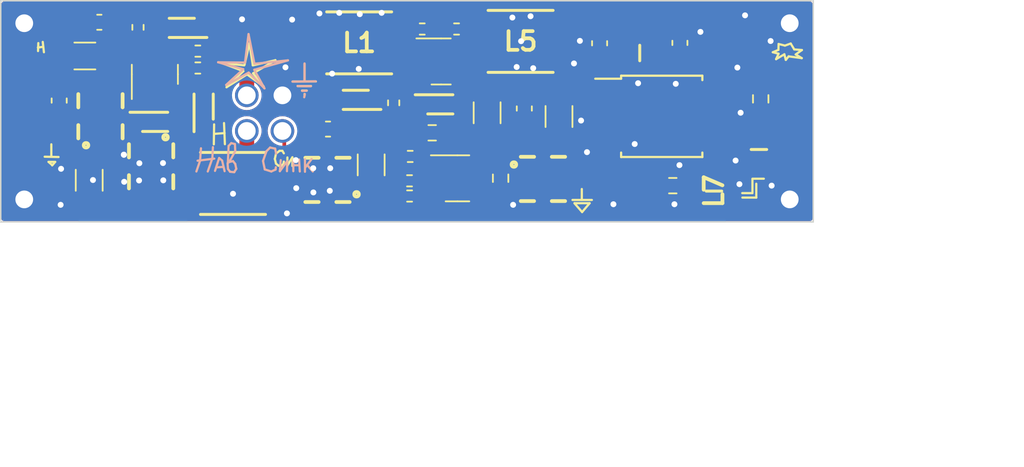
<source format=kicad_pcb>
(kicad_pcb (version 20211014) (generator pcbnew)
  (layers (0 "F.Cu" signal) (31 "B.Cu" signal) (34 "B.Paste" user) (35 "F.Paste" user) (36 "B.SilkS" user "B.Silkscreen") (37 "F.SilkS" user "F.Silkscreen") (38 "B.Mask" user) (39 "F.Mask" user) (44 "Edge.Cuts" user))
  (net 0 "")
  (net 1 "Net-(C1-Pad1)")
  (net 2 "Net-(C3-Pad1)")
  (net 3 "Net-(C3-Pad2)")
  (net 4 "Net-(C14-Pad1)")
  (net 5 "Net-(C10-Pad2)")
  (net 6 "Net-(C12-Pad1)")
  (net 7 "Net-(C12-Pad2)")
  (net 8 "GND")
  (net 9 "Net-(C15-Pad1)")
  (net 10 "Net-(D5-Pad1)")
  (net 11 "Net-(D6-Pad2)")
  (net 12 "Net-(D7-Pad1)")
  (net 13 "Net-(D8-Pad1)")
  (net 14 "Net-(D9-Pad1)")
  (net 15 "Net-(D3-Pad1)")
  (net 16 "Net-(D1-Pad1)")
  (net 17 "Net-(L7-Pad1)")
  (net 18 "Net-(D15-Pad1)")
  (net 19 "Net-(L8-Pad1)")
  (net 20 "Net-(D14-Pad1)")
  (net 21 "Net-(Q3-Pad3)")
  (net 22 "Net-(R4-Pad2)")
  (net 23 "Net-(R10-Pad1)")
  (net 24 "Net-(Q6-Pad4)")
  (net 25 "Net-(R12-Pad2)")
  (net 26 "Net-(R13-Pad1)")
  (net 31 "Net-(D9-Pad2)")
  (footprint "Package_TO_SOT_SMD:SOT-23-5" (layer "F.Cu") (at 129.332894 55.874994)
    (fp_text reference "U1" hide)
    (fp_text value "TL331" hide)
  )
  (footprint "libraries:WireHole_1p2" (layer "F.Cu") (at 151.824 45.3644)
    (fp_text reference "D18" hide)
    (fp_text value "WireHole_1p5" hide)
  )
  (footprint "libraries:WireHole_1p2" (layer "F.Cu") (at 117.485194 50.251394 90)
    (fp_text reference "D4" hide)
    (fp_text value "WireHole_1p5" hide)
  )
  (footprint "libraries:DFN_3X3_EP" (layer "F.Cu") (at 120.5345 55.98 90)
    (fp_text reference "Q1" hide)
    (fp_text value "AON7407" hide)
  )
  (footprint "Capacitor_SMD:C_0603_1608Metric_Pad1.08x0.95mm_HandSolder" (layer "F.Cu") (at 102.372194 50.605894 -90)
    (fp_text reference "C10" hide)
    (fp_text value "C" hide)
  )
  (footprint "Resistor_SMD:R_0603_1608Metric_Pad0.98x0.95mm_HandSolder" (layer "F.Cu") (at 149.86 50.49 -90)
    (fp_text reference "R13" hide)
    (fp_text value "R" hide)
  )
  (footprint "Flat_Wires_Pads:Flat_Wire_Pad_3.5X2mm" (layer "F.Cu") (at 100.086194 49.235394 90)
    (fp_text reference "D10" hide)
    (fp_text value "WireHole_1p5" hide)
  )
  (footprint "Resistor_SMD:R_0402_1005Metric_Pad0.72x0.64mm_HandSolder" (layer "F.Cu") (at 107.706194 45.641894 -90)
    (fp_text reference "R7" hide)
    (fp_text value "R" hide)
  )
  (footprint "Resistor_SMD:R_0402_1005Metric_Pad0.72x0.64mm_HandSolder" (layer "F.Cu") (at 126.087694 56.042594)
    (fp_text reference "R9" hide)
    (fp_text value "R" hide)
  )
  (footprint "Resistor_SMD:R_0402_1005Metric_Pad0.72x0.64mm_HandSolder" (layer "F.Cu") (at 126.946694 45.755594)
    (fp_text reference "R6" hide)
    (fp_text value "R" hide)
  )
  (footprint "Resistor_SMD:R_0402_1005Metric_Pad0.72x0.64mm_HandSolder" (layer "F.Cu") (at 129.271394 45.755594 180)
    (fp_text reference "R8" hide)
    (fp_text value "R" hide)
  )
  (footprint "Resistor_SMD:R_0402_1005Metric_Pad0.72x0.64mm_HandSolder" (layer "F.Cu") (at 126.1325 54.39 180)
    (fp_text reference "R5" hide)
    (fp_text value "R")
  )
  (footprint "libraries:DFN_3X3_EP" (layer "F.Cu") (at 105.166194 51.666894)
    (fp_text reference "Q5" hide)
    (fp_text value "AON7407" hide)
  )
  (footprint "libraries:INDC2112X105N" (layer "F.Cu") (at 149.74 53.92 -90)
    (fp_text reference "L8" hide)
    (fp_text value "TFM201610ALC-R47MTAA" hide)
  )
  (footprint "Resistor_SMD:R_0603_1608Metric_Pad0.98x0.95mm_HandSolder" (layer "F.Cu") (at 132.253894 55.866694 -90)
    (fp_text reference "R11" hide)
    (fp_text value "R" hide)
  )
  (footprint "libraries:WireHole_1p2" (layer "F.Cu") (at 115.072194 50.251394 90)
    (fp_text reference "D3" hide)
    (fp_text value "WireHole_1p5" hide)
  )
  (footprint "libraries:SOD2513X120N" (layer "F.Cu") (at 112.151194 51.013394 90)
    (fp_text reference "D7" hide)
    (fp_text value "BZV55B47" hide)
  )
  (footprint "libraries:INDPM4442X200N" (layer "F.Cu") (at 122.678094 46.695394)
    (fp_text reference "L1")
    (fp_text value "TFM201610ALC-R47MTAA" hide)
  )
  (footprint "libraries:WireHole_1p2" (layer "F.Cu") (at 100.008 57.3024)
    (fp_text reference "D2" hide)
    (fp_text value "WireHole_1p5" hide)
  )
  (footprint "Capacitor_SMD:C_0603_1608Metric_Pad1.08x0.95mm_HandSolder" (layer "F.Cu") (at 120.569894 52.537394 180)
    (fp_text reference "C3" hide)
    (fp_text value "C" hide)
  )
  (footprint "Resistor_SMD:R_0603_1608Metric_Pad0.98x0.95mm_HandSolder" (layer "F.Cu") (at 143.908794 56.372794 180)
    (fp_text reference "R12" hide)
    (fp_text value "R" hide)
  )
  (footprint "Capacitor_SMD:C_0603_1608Metric_Pad1.08x0.95mm_HandSolder" (layer "F.Cu") (at 144.389494 46.696494 90)
    (fp_text reference "C15" hide)
    (fp_text value "C" hide)
  )
  (footprint "Package_TO_SOT_SMD:SOT-23" (layer "F.Cu") (at 128.227094 47.955194)
    (fp_text reference "Q3" hide)
    (fp_text value "BSS123" hide)
  )
  (footprint "Package_TO_SOT_SMD:SOT-23" (layer "F.Cu") (at 108.849194 48.827394 90)
    (fp_text reference "Q4" hide)
    (fp_text value "BSS123" hide)
  )
  (footprint "libraries:INDPM4442X200N" (layer "F.Cu") (at 114.138194 56.220394 180)
    (fp_text reference "L2" hide)
    (fp_text value "TFM201610ALC-R47MTAA" hide)
  )
  (footprint "Flat_Wires_Pads:Flat_Wire_Pad_3.5X2mm" (layer "F.Cu") (at 151.7396 53.5432 -90)
    (fp_text reference "D14" hide)
    (fp_text value "WireHole_1p5" hide)
  )
  (footprint "Capacitor_SMD:C_0603_1608Metric_Pad1.08x0.95mm_HandSolder" (layer "F.Cu") (at 105.090694 45.298394 180)
    (fp_text reference "C1" hide)
    (fp_text value "C" hide)
  )
  (footprint "Capacitor_SMD:C_1206_3216Metric_Pad1.33x1.80mm_HandSolder" (layer "F.Cu") (at 131.339494 51.432894 -90)
    (fp_text reference "C9" hide)
    (fp_text value "C" hide)
  )
  (footprint "libraries:DFN_3X3_EP" (layer "F.Cu") (at 108.595194 55.058894 180)
    (fp_text reference "Q2" hide)
    (fp_text value "AON7407" hide)
  )
  (footprint "Flat_Wires_Pads:Flat_Wire_Pad_3.5X2mm" (layer "F.Cu") (at 139.837194 55.966394)
    (fp_text reference "D12" hide)
    (fp_text value "WireHole_1p5" hide)
  )
  (footprint "libraries:WireHole_1p2" (layer "F.Cu") (at 115.072194 52.664394 90)
    (fp_text reference "D1" hide)
    (fp_text value "WireHole_1p5" hide)
  )
  (footprint "Resistor_SMD:R_0402_1005Metric_Pad0.72x0.64mm_HandSolder" (layer "F.Cu") (at 125.014894 50.759394 90)
    (fp_text reference "R1" hide)
    (fp_text value "R" hide)
  )
  (footprint "Capacitor_SMD:C_1206_3216Metric_Pad1.33x1.80mm_HandSolder" (layer "F.Cu") (at 123.490894 54.963494 -90)
    (fp_text reference "C4" hide)
    (fp_text value "C" hide)
  )
  (footprint "libraries:SOD2513X120N" (layer "F.Cu") (at 122.449494 50.556194 180)
    (fp_text reference "D5" hide)
    (fp_text value "BZV55B47" hide)
  )
  (footprint "Capacitor_SMD:C_1206_3216Metric_Pad1.33x1.80mm_HandSolder" (layer "F.Cu") (at 136.204994 51.686894 -90)
    (fp_text reference "C13" hide)
    (fp_text value "C" hide)
  )
  (footprint "Capacitor_SMD:C_1206_3216Metric_Pad1.33x1.80mm_HandSolder" (layer "F.Cu") (at 104.404194 56.004894 90)
    (fp_text reference "C11" hide)
    (fp_text value "C" hide)
  )
  (footprint "libraries:SOD2513X120N" (layer "F.Cu") (at 128.172194 50.860994)
    (fp_text reference "D8" hide)
    (fp_text value "D_Zener" hide)
  )
  (footprint "libraries:INDC2112X105N" (layer "F.Cu") (at 146.695194 56.739394 -90)
    (fp_text reference "L7")
    (fp_text value "TFM201610ALC-R47MTAA" hide)
  )
  (footprint "Resistor_SMD:R_0402_1005Metric_Pad0.72x0.64mm_HandSolder" (layer "F.Cu") (at 126.092594 57.073794)
    (fp_text reference "R10" hide)
    (fp_text value "R" hide)
  )
  (footprint "Resistor_SMD:R_0603_1608Metric_Pad0.98x0.95mm_HandSolder" (layer "F.Cu") (at 127.621694 52.791394)
    (fp_text reference "R4" hide)
    (fp_text value "R" hide)
  )
  (footprint "libraries:SOD2513X120N" (layer "F.Cu") (at 108.868194 52.047894)
    (fp_text reference "D9" hide)
    (fp_text value "BZV55B47" hide)
  )
  (footprint "libraries:SOD2513X120N" (layer "F.Cu") (at 110.671194 45.679394 180)
    (fp_text reference "D6" hide)
    (fp_text value "BZV55B47" hide)
  )
  (footprint "Capacitor_SMD:C_0603_1608Metric_Pad1.08x0.95mm_HandSolder" (layer "F.Cu") (at 133.858 51.1425 -90)
    (fp_text reference "C12" hide)
    (fp_text value "C" hide)
  )
  (footprint "libraries:WireHole_1p2" (layer "F.Cu") (at 117.485194 52.664394 90)
    (fp_text reference "D15" hide)
    (fp_text value "WireHole_1p5" hide)
  )
  (footprint "Package_SO:SOIC-8W_5.3x5.3mm_P1.27mm" (layer "F.Cu") (at 143.16 51.675)
    (fp_text reference "U2" hide)
    (fp_text value "ATtiny25-20S" hide)
  )
  (footprint "libraries:WireHole_1p2" (layer "F.Cu") (at 151.824 57.3024)
    (fp_text reference "D16" hide)
    (fp_text value "WireHole_1p5" hide)
  )
  (footprint "libraries:INDPM4442X200N" (layer "F.Cu") (at 133.605894 46.593794)
    (fp_text reference "L5")
    (fp_text value "TFM201610ALC-R47MTAA" hide)
  )
  (footprint "libraries:INDC2112X105N" (layer "F.Cu") (at 141.671694 47.382294)
    (fp_text reference "L6" hide)
    (fp_text value "TFM201610ALC-R47MTAA" hide)
  )
  (footprint "Capacitor_SMD:C_0603_1608Metric_Pad1.08x0.95mm_HandSolder" (layer "F.Cu") (at 138.953894 46.721894 90)
    (fp_text reference "C14" hide)
    (fp_text value "C" hide)
  )
  (footprint "libraries:WireHole_1p2" (layer "F.Cu") (at 100.008 45.3644)
    (fp_text reference "D17" hide)
    (fp_text value "WireHole_1p5" hide)
  )
  (footprint "Flat_Wires_Pads:Flat_Wire_Pad_3.5X2mm" (layer "F.Cu") (at 151.7396 49.6062 90)
    (fp_text reference "D13" hide)
    (fp_text value "WireHole_1p5" hide)
  )
  (footprint "Resistor_SMD:R_0402_1005Metric_Pad0.72x0.64mm_HandSolder" (layer "F.Cu") (at 111.757694 48.397894 180)
    (fp_text reference "R3" hide)
    (fp_text value "R" hide)
  )
  (footprint "Resistor_SMD:R_0402_1005Metric_Pad0.72x0.64mm_HandSolder" (layer "F.Cu") (at 111.757694 47.254894)
    (fp_text reference "R2" hide)
    (fp_text value "R" hide)
  )
  (footprint "libraries:DFN_3X3_EP" (layer "F.Cu") (at 135.119694 55.915594 -90)
    (fp_text reference "Q6" hide)
    (fp_text value "AON7407" hide)
  )
  (footprint "Capacitor_SMD:C_1206_3216Metric_Pad1.33x1.80mm_HandSolder" (layer "F.Cu") (at 104.111694 47.584394 180)
    (fp_text reference "C2" hide)
    (fp_text value "C" hide)
  )
  (footprint "Flat_Wires_Pads:Flat_Wire_Pad_3.5X2mm" (layer "F.Cu") (at 100.086194 53.299394 90)
    (fp_text reference "D11" hide)
    (fp_text value "WireHole_1p5" hide)
  )
  (gr_line (start 113.2 54.5) (end 113.4 54.67) (layer "B.SilkS") (width 0.15))
  (gr_line (start 117.86 47.88) (end 115.58 48.52) (layer "B.SilkS") (width 0.15))
  (gr_line (start 118.16 49.32) (end 119.74 49.3) (layer "B.SilkS") (width 0.15))
  (gr_line (start 117.31 55.39) (end 117.81 54.71) (layer "B.SilkS") (width 0.15))
  (gr_line (start 116.73 55.41) (end 117.02 55.28) (layer "B.SilkS") (width 0.15))
  (gr_line (start 113.13 48.01) (end 114.95 48.03) (layer "B.SilkS") (width 0.15))
  (gr_line (start 114.22 55.46) (end 113.94 55.43) (layer "B.SilkS") (width 0.15))
  (gr_line (start 111.97 53.84) (end 111.91 54.68) (layer "B.SilkS") (width 0.15))
  (gr_line (start 118.82 49.95) (end 119.12 49.94) (layer "B.SilkS") (width 0.15))
  (gr_line (start 114.29 54.03) (end 113.88 54.77) (layer "B.SilkS") (width 0.15))
  (gr_line (start 115.19 46.1) (end 115.59 48.11) (layer "B.SilkS") (width 0.15))
  (gr_line (start 116.99 53.86) (end 116.65 53.79) (layer "B.SilkS") (width 0.15))
  (gr_line (start 118.22 54.64) (end 118.22 55.39) (layer "B.SilkS") (width 0.15))
  (gr_line (start 113.01 55.13) (end 113.48 55.1) (layer "B.SilkS") (width 0.15))
  (gr_line (start 115.59 48.11) (end 117.86 47.88) (layer "B.SilkS") (width 0.15))
  (gr_line (start 112.74 54.52) (end 112.78 53.76) (layer "B.SilkS") (width 0.15))
  (gr_line (start 115.2 48.71) (end 113.69 49.55) (layer "B.SilkS") (width 0.15))
  (gr_line (start 116.29 55.27) (end 116.73 55.41) (layer "B.SilkS") (width 0.15))
  (gr_line (start 119.17 54.99) (end 119.54 55.41) (layer "B.SilkS") (width 0.15))
  (gr_line (start 118.61 54.6) (end 118.66 55.41) (layer "B.SilkS") (width 0.15))
  (gr_line (start 113.94 55.43) (end 113.8 55.24) (layer "B.SilkS") (width 0.15))
  (gr_line (start 117.37 54.64) (end 117.31 55.39) (layer "B.SilkS") (width 0.15))
  (gr_line (start 118.98 48.09) (end 118.98 49.29) (layer "B.SilkS") (width 0.15))
  (gr_line (start 111.74 54.68) (end 112.87 54.54) (layer "B.SilkS") (width 0.15))
  (gr_line (start 114.83 48.48) (end 113.13 48.01) (layer "B.SilkS") (width 0.15))
  (gr_line (start 114.95 48.03) (end 115.19 46.1) (layer "B.SilkS") (width 0.15))
  (gr_line (start 116.27 49.78) (end 115.2 48.71) (layer "B.SilkS") (width 0.15))
  (gr_line (start 119 50.16) (end 118.96 50.38) (layer "B.SilkS") (width 0.15))
  (gr_line (start 112.92 55.37) (end 113.2 54.5) (layer "B.SilkS") (width 0.15))
  (gr_line (start 116.17 54.7) (end 116.29 55.27) (layer "B.SilkS") (width 0.15))
  (gr_line (start 115.58 48.52) (end 116.27 49.78) (layer "B.SilkS") (width 0.15))
  (gr_line (start 111.91 54.68) (end 111.66 55.41) (layer "B.SilkS") (width 0.15))
  (gr_line (start 114.27 53.55) (end 114.29 54.03) (layer "B.SilkS") (width 0.15))
  (gr_line (start 117.06 54.21) (end 116.99 53.86) (layer "B.SilkS") (width 0.15))
  (gr_line (start 119.01 54.58) (end 119.01 55.43) (layer "B.SilkS") (width 0.15))
  (gr_line (start 113.4 54.67) (end 113.57 55.39) (layer "B.SilkS") (width 0.15))
  (gr_line (start 112.43 55.41) (end 112.74 54.52) (layer "B.SilkS") (width 0.15))
  (gr_line (start 113.79 54.85) (end 113.84 53.68) (layer "B.SilkS") (width 0.15))
  (gr_line (start 116.4 54.04) (end 116.17 54.7) (layer "B.SilkS") (width 0.15))
  (gr_line (start 113.8 55.24) (end 113.77 54.85) (layer "B.SilkS") (width 0.15))
  (gr_line (start 114.02 53.49) (end 114.27 53.55) (layer "B.SilkS") (width 0.15))
  (gr_line (start 113.84 53.68) (end 114.02 53.49) (layer "B.SilkS") (width 0.15))
  (gr_line (start 119.03 55.14) (end 119.46 54.57) (layer "B.SilkS") (width 0.15))
  (gr_line (start 118.25 54.99) (end 118.59 54.99) (layer "B.SilkS") (width 0.15))
  (gr_line (start 116.65 53.79) (end 116.4 54.04) (layer "B.SilkS") (width 0.15))
  (gr_line (start 114.36 55.23) (end 114.22 55.46) (layer "B.SilkS") (width 0.15))
  (gr_line (start 118.51 49.62) (end 119.41 49.63) (layer "B.SilkS") (width 0.15))
  (gr_line (start 117.81 54.71) (end 117.79 55.39) (layer "B.SilkS") (width 0.15))
  (gr_line (start 113.88 54.77) (end 114.14 54.71) (layer "B.SilkS") (width 0.15))
  (gr_line (start 114.14 54.71) (end 114.29 54.9) (layer "B.SilkS") (width 0.15))
  (gr_line (start 114.29 54.9) (end 114.36 55.23) (layer "B.SilkS") (width 0.15))
  (gr_line (start 113.67 49.55) (end 114.83 48.48) (layer "B.SilkS") (width 0.15))
  (gr_line (start 117.02 55.28) (end 117.04 55.12) (layer "B.SilkS") (width 0.15))
  (gr_line (start 117.81 55.02) (end 118.16 54.45) (layer "F.SilkS") (width 0.15))
  (gr_line (start 115.09 48.83) (end 113.7 49.7) (layer "F.SilkS") (width 0.15))
  (gr_line (start 137.26 57.56) (end 138.28 57.56) (layer "F.SilkS") (width 0.15))
  (gr_line (start 115.48 48.22) (end 117.01 47.87) (layer "F.SilkS") (width 0.15))
  (gr_line (start 117.29 54.01) (end 117.05 54.2) (layer "F.SilkS") (width 0.15))
  (gr_line (start 149.56 57.18) (end 148.62 57.18) (layer "F.SilkS") (width 0.15))
  (gr_line (start 100.93 47.01) (end 101.23 46.97) (layer "F.SilkS") (width 0.15))
  (gr_line (start 151.07 47.43) (end 150.68 47.33) (layer "F.SilkS") (width 0.15))
  (gr_line (start 117.39 55.03) (end 117.55 54.9) (layer "F.SilkS") (width 0.15))
  (gr_line (start 137.75 56.6) (end 137.75 57.33) (layer "F.SilkS") (width 0.15))
  (gr_line (start 149.3 56.876261) (end 149.3 55.926261) (layer "F.SilkS") (width 0.15))
  (gr_line (start 117.01 47.87) (end 115.5 48.76) (layer "F.SilkS") (width 0.15))
  (gr_line (start 118.19 49.31) (end 119.75 49.31) (layer "F.SilkS") (width 0.15))
  (gr_line (start 152.65 47.18) (end 152.23 47.48) (layer "F.SilkS") (width 0.15))
  (gr_line (start 118.51 49.62) (end 119.42 49.62) (layer "F.SilkS") (width 0.15))
  (gr_line (start 117.05 54.2) (end 116.97 54.56) (layer "F.SilkS") (width 0.15))
  (gr_line (start 115.25 46.73) (end 115.48 48.22) (layer "F.SilkS") (width 0.15))
  (gr_line (start 151.56 47.85) (end 151.46 47.47) (layer "F.SilkS") (width 0.15))
  (gr_line (start 117.55 54.9) (end 117.58 54.74) (layer "F.SilkS") (width 0.15))
  (gr_line (start 117.22 55.02) (end 117.39 55.03) (layer "F.SilkS") (width 0.15))
  (gr_line (start 101.26 46.63) (end 101.34 47.33) (layer "F.SilkS") (width 0.15))
  (gr_line (start 118.98 50.16) (end 118.98 50.28) (layer "F.SilkS") (width 0.15))
  (gr_line (start 152.64 47.73) (end 151.75 47.61) (layer "F.SilkS") (width 0.15))
  (gr_line (start 116.97 54.56) (end 117.05 54.88) (layer "F.SilkS") (width 0.15))
  (gr_line (start 151.89 46.74) (end 152.13 47.14) (layer "F.SilkS") (width 0.15))
  (gr_line (start 149.56 56.24) (end 149.56 57.18) (layer "F.SilkS") (width 0.15))
  (gr_line (start 117.58 54.18) (end 117.48 54.01) (layer "F.SilkS") (width 0.15))
  (gr_line (start 150.9 47.8) (end 151.07 47.43) (layer "F.SilkS") (width 0.15))
  (gr_line (start 114.92 48.18) (end 115.25 46.73) (layer "F.SilkS") (width 0.15))
  (gr_line (start 118.16 54.45) (end 118.16 55.04) (layer "F.SilkS") (width 0.15))
  (gr_line (start 138.28 57.56) (end 137.77 58.16) (layer "F.SilkS") (width 0.15))
  (gr_line (start 101.65 54.76) (end 101.9 54.98) (layer "F.SilkS") (width 0.15))
  (gr_line (start 112.86 52.22) (end 112.84 53.57) (layer "F.SilkS") (width 0.15))
  (gr_line (start 113.53 52.13) (end 113.59 53.56) (layer "F.SilkS") (width 0.15))
  (gr_line (start 152.13 47.14) (end 152.65 47.18) (layer "F.SilkS") (width 0.15))
  (gr_line (start 149.3 55.9) (end 150.07 55.9) (layer "F.SilkS") (width 0.15))
  (gr_line (start 151.46 47.47) (end 150.9 47.8) (layer "F.SilkS") (width 0.15))
  (gr_line (start 148.61 56.876261) (end 149.3 56.876261) (layer "F.SilkS") (width 0.15))
  (gr_line (start 112.9 52.86) (end 113.57 52.81) (layer "F.SilkS") (width 0.15))
  (gr_line (start 116.21 49.65) (end 115.09 48.83) (layer "F.SilkS") (width 0.15))
  (gr_line (start 100.96 46.71) (end 100.94 47.25) (layer "F.SilkS") (width 0.15))
  (gr_line (start 137.12 57.34) (end 138.43 57.34) (layer "F.SilkS") (width 0.15))
  (gr_line (start 101.84 53.57) (end 101.84 54.35) (layer "F.SilkS") (width 0.15))
  (gr_line (start 137.77 58.16) (end 137.25 57.56) (layer "F.SilkS") (width 0.15))
  (gr_line (start 152.23 47.48) (end 152.64 47.73) (layer "F.SilkS") (width 0.15))
  (gr_line (start 117.82 54.46) (end 117.81 55.02) (layer "F.SilkS") (width 0.15))
  (gr_line (start 102.1 54.76) (end 101.65 54.76) (layer "F.SilkS") (width 0.15))
  (gr_line (start 113.34 48.05) (end 114.9 48.22) (layer "F.SilkS") (width 0.15))
  (gr_line (start 117.05 54.88) (end 117.22 55.02) (layer "F.SilkS") (width 0.15))
  (gr_line (start 150.68 47.33) (end 151.06 47.17) (layer "F.SilkS") (width 0.15))
  (gr_line (start 115.5 48.76) (end 116.21 49.65) (layer "F.SilkS") (width 0.15))
  (gr_line (start 101.9 55) (end 102.1 54.76) (layer "F.SilkS") (width 0.15))
  (gr_line (start 118.98 48.11) (end 118.98 49.27) (layer "F.SilkS") (width 0.15))
  (gr_line (start 151.5 46.88) (end 151.89 46.74) (layer "F.SilkS") (width 0.15))
  (gr_line (start 114.84 48.61) (end 113.34 48.05) (layer "F.SilkS") (width 0.15))
  (gr_line (start 151.07 46.77) (end 151.5 46.88) (layer "F.SilkS") (width 0.15))
  (gr_line (start 151.06 47.17) (end 151.07 46.77) (layer "F.SilkS") (width 0.15))
  (gr_line (start 117.48 54.01) (end 117.29 54.01) (layer "F.SilkS") (width 0.15))
  (gr_line (start 151.75 47.61) (end 151.56 47.85) (layer "F.SilkS") (width 0.15))
  (gr_line (start 101.39 54.41) (end 102.33 54.43) (layer "F.SilkS") (width 0.15))
  (gr_line (start 113.7 49.7) (end 114.84 48.61) (layer "F.SilkS") (width 0.15))
  (gr_line (start 118.81 49.93) (end 119.13 49.93) (layer "F.SilkS") (width 0.15))
  (gr_line (start 98.416 43.8404) (end 153.416 43.8404) (layer "Edge.Cuts") (width 0.1))
  (gr_line (start 98.416 43.8404) (end 98.416 58.8264) (layer "Edge.Cuts") (width 0.1))
  (gr_line (start 98.416 58.8264) (end 153.416 58.8264) (layer "Edge.Cuts") (width 0.1))
  (gr_line (start 153.416 58.8264) (end 153.416 43.8404) (layer "Edge.Cuts") (width 0.1))
  (segment (start 112.188194 56.220394) (end 112.188194 54.659394) (width 0.75) (layer "F.Cu") (net 1))
  (segment (start 107.706194 45.044394) (end 106.207194 45.044394) (width 0.75) (layer "F.Cu") (net 1))
  (segment (start 112.188194 54.659394) (end 113.421194 53.426394) (width 0.75) (layer "F.Cu") (net 1))
  (segment (start 111.770194 56.638394) (end 112.188194 56.220394) (width 0.25) (layer "F.Cu") (net 1))
  (segment (start 102.626194 49.743394) (end 102.372194 49.743394) (width 0.25) (layer "F.Cu") (net 1))
  (segment (start 111.770194 56.638394) (end 111.770194 56.855394) (width 0.75) (layer "F.Cu") (net 1))
  (segment (start 107.960194 44.536394) (end 107.706194 44.790394) (width 0.75) (layer "F.Cu") (net 1))
  (segment (start 107.706194 44.790394) (end 107.706194 45.044394) (width 0.25) (layer "F.Cu") (net 1))
  (segment (start 105.674194 47.584394) (end 104.785194 47.584394) (width 0.75) (layer "F.Cu") (net 1))
  (segment (start 106.207194 45.044394) (end 105.953194 45.298394) (width 0.25) (layer "F.Cu") (net 1))
  (segment (start 110.500194 58.125394) (end 104.758194 58.125394) (width 0.75) (layer "F.Cu") (net 1))
  (segment (start 113.421194 53.426394) (end 113.421194 45.933394) (width 0.75) (layer "F.Cu") (net 1))
  (segment (start 113.421194 45.933394) (end 113.167194 45.679394) (width 0.75) (layer "F.Cu") (net 1))
  (segment (start 100.594194 49.743394) (end 100.086194 49.235394) (width 0.25) (layer "F.Cu") (net 1))
  (segment (start 113.167194 45.679394) (end 111.833194 45.679394) (width 0.75) (layer "F.Cu") (net 1))
  (segment (start 105.953194 45.298394) (end 105.953194 47.305394) (width 0.75) (layer "F.Cu") (net 1))
  (segment (start 111.770194 56.855394) (end 110.500194 58.125394) (width 0.75) (layer "F.Cu") (net 1))
  (segment (start 102.372194 49.743394) (end 100.594194 49.743394) (width 0.5) (layer "F.Cu") (net 1))
  (segment (start 105.953194 47.305394) (end 105.674194 47.584394) (width 0.25) (layer "F.Cu") (net 1))
  (segment (start 110.690194 44.536394) (end 107.960194 44.536394) (width 0.75) (layer "F.Cu") (net 1))
  (segment (start 104.758194 58.125394) (end 104.200194 57.567394) (width 0.75) (layer "F.Cu") (net 1))
  (segment (start 104.785194 47.584394) (end 102.626194 49.743394) (width 0.75) (layer "F.Cu") (net 1))
  (segment (start 111.833194 45.679394) (end 110.690194 44.536394) (width 0.75) (layer "F.Cu") (net 1))
  (segment (start 124.577294 48.478894) (end 125.903894 49.805494) (width 0.5) (layer "F.Cu") (net 2))
  (segment (start 125.903894 51.450194) (end 125.844794 51.509294) (width 0.25) (layer "F.Cu") (net 2))
  (segment (start 130.843094 45.780994) (end 131.655894 46.593794) (width 0.75) (layer "F.Cu") (net 2))
  (segment (start 126.349194 45.235494) (end 126.349194 45.755594) (width 0.75) (layer "F.Cu") (net 2))
  (segment (start 125.903894 49.805494) (end 125.903894 51.450194) (width 0.5) (layer "F.Cu") (net 2))
  (segment (start 123.465494 52.537394) (end 124.493594 51.509294) (width 0.5) (layer "F.Cu") (net 2))
  (segment (start 123.490894 53.400994) (end 123.490894 52.562794) (width 0.5) (layer "F.Cu") (net 2))
  (segment (start 124.493594 51.509294) (end 125.141894 51.509294) (width 0.5) (layer "F.Cu") (net 2))
  (segment (start 125.844794 51.509294) (end 125.141894 51.509294) (width 0.5) (layer "F.Cu") (net 2))
  (segment (start 126.709194 52.642794) (end 125.844794 51.778394) (width 0.5) (layer "F.Cu") (net 2))
  (segment (start 126.349194 45.755594) (end 125.567894 45.755594) (width 0.75) (layer "F.Cu") (net 2))
  (segment (start 129.894294 45.780994) (end 130.843094 45.780994) (width 0.75) (layer "F.Cu") (net 2))
  (segment (start 125.567894 45.755594) (end 124.628094 46.695394) (width 0.75) (layer "F.Cu") (net 2))
  (segment (start 126.709194 52.791394) (end 126.709194 52.642794) (width 0.5) (layer "F.Cu") (net 2))
  (segment (start 129.486694 44.866594) (end 126.718094 44.866594) (width 0.75) (layer "F.Cu") (net 2))
  (segment (start 129.868894 45.248794) (end 129.486694 44.866594) (width 0.75) (layer "F.Cu") (net 2))
  (segment (start 123.490894 52.562794) (end 123.465494 52.537394) (width 0.25) (layer "F.Cu") (net 2))
  (segment (start 121.432394 52.537394) (end 123.465494 52.537394) (width 0.5) (layer "F.Cu") (net 2))
  (segment (start 129.868894 45.755594) (end 129.868894 45.248794) (width 0.75) (layer "F.Cu") (net 2))
  (segment (start 124.577294 46.263594) (end 124.577294 48.478894) (width 0.5) (layer "F.Cu") (net 2))
  (segment (start 131.655894 46.066194) (end 131.655894 46.593794) (width 0.75) (layer "F.Cu") (net 2))
  (segment (start 125.844794 51.778394) (end 125.844794 51.509294) (width 0.5) (layer "F.Cu") (net 2))
  (segment (start 124.577294 46.263594) (end 124.577294 46.116994) (width 0.25) (layer "F.Cu") (net 2))
  (segment (start 129.868894 45.755594) (end 129.894294 45.780994) (width 0.25) (layer "F.Cu") (net 2))
  (segment (start 126.718094 44.866594) (end 126.349194 45.235494) (width 0.75) (layer "F.Cu") (net 2))
  (segment (start 129.334194 50.000701) (end 130.451521 48.883374) (width 0.25) (layer "F.Cu") (net 3))
  (segment (start 121.287494 50.651394) (end 119.707394 52.231494) (width 0.5) (layer "F.Cu") (net 3))
  (segment (start 131.339494 52.995394) (end 132.889694 52.995394) (width 0.65) (layer "F.Cu") (net 3))
  (segment (start 122.328794 57.249494) (end 122.020694 56.941394) (width 0.5) (layer "F.Cu") (net 3))
  (segment (start 126.690094 57.073794) (end 126.690094 57.820594) (width 0.25) (layer "F.Cu") (net 3))
  (segment (start 129.332894 55.874994) (end 129.332894 57.363394) (width 0.5) (layer "F.Cu") (net 3))
  (segment (start 125.535 54.695) (end 125.87452 55.03452) (width 0.25) (layer "F.Cu") (net 3))
  (segment (start 121.471914 53.461914) (end 123.490894 55.480894) (width 0.5) (layer "F.Cu") (net 3))
  (segment (start 125.87452 55.03452) (end 126.719834 55.03452) (width 0.25) (layer "F.Cu") (net 3))
  (segment (start 126.690094 57.820594) (end 124.011194 57.820594) (width 0.5) (layer "F.Cu") (net 3))
  (segment (start 132.889694 52.995394) (end 133.727094 53.832794) (width 0.65) (layer "F.Cu") (net 3))
  (segment (start 119.707394 52.231494) (end 119.707394 53.121594) (width 0.5) (layer "F.Cu") (net 3))
  (segment (start 126.690094 57.819394) (end 126.690094 57.073794) (width 0.25) (layer "F.Cu") (net 3))
  (segment (start 133.701694 55.864794) (end 133.719694 55.882794) (width 0.25) (layer "F.Cu") (net 3))
  (segment (start 129.334194 50.860994) (end 129.334194 50.000701) (width 0.25) (layer "F.Cu") (net 3))
  (segment (start 126.719834 55.03452) (end 127.560308 55.874994) (width 0.25) (layer "F.Cu") (net 3))
  (segment (start 129.332894 57.363394) (end 128.875694 57.820594) (width 0.5) (layer "F.Cu") (net 3))
  (segment (start 119.707394 53.121594) (end 120.047714 53.461914) (width 0.5) (layer "F.Cu") (net 3))
  (segment (start 130.451521 48.883374) (end 132.227467 48.883374) (width 0.25) (layer "F.Cu") (net 3))
  (segment (start 122.020694 56.941394) (end 122.020694 55.641394) (width 0.5) (layer "F.Cu") (net 3))
  (segment (start 123.440094 57.249494) (end 122.328794 57.249494) (width 0.5) (layer "F.Cu") (net 3))
  (segment (start 124.011194 57.820594) (end 123.440094 57.249494) (width 0.5) (layer "F.Cu") (net 3))
  (segment (start 132.564014 49.219921) (end 132.564014 52.786074) (width 0.25) (layer "F.Cu") (net 3))
  (segment (start 133.719694 53.840194) (end 133.719694 54.940594) (width 0.65) (layer "F.Cu") (net 3))
  (segment (start 132.564014 52.786074) (end 132.354694 52.995394) (width 0.25) (layer "F.Cu") (net 3))
  (segment (start 120.047714 53.461914) (end 121.471914 53.461914) (width 0.5) (layer "F.Cu") (net 3))
  (segment (start 133.691494 55.874994) (end 133.701694 55.864794) (width 0.25) (layer "F.Cu") (net 3))
  (segment (start 126.691294 57.820594) (end 126.690094 57.819394) (width 0.25) (layer "F.Cu") (net 3))
  (segment (start 132.354694 52.995394) (end 131.339494 52.995394) (width 0.25) (layer "F.Cu") (net 3))
  (segment (start 128.875694 57.820594) (end 126.691294 57.820594) (width 0.5) (layer "F.Cu") (net 3))
  (segment (start 121.287494 50.651394) (end 121.287494 50.556194) (width 0.25) (layer "F.Cu") (net 3))
  (segment (start 133.719694 54.940594) (end 133.719694 56.240594) (width 0.65) (layer "F.Cu") (net 3))
  (segment (start 123.490894 55.480894) (end 123.490894 56.525994) (width 0.5) (layer "F.Cu") (net 3))
  (segment (start 133.727094 53.832794) (end 133.719694 53.840194) (width 0.25) (layer "F.Cu") (net 3))
  (segment (start 128.195394 55.874994) (end 129.332894 55.874994) (width 0.25) (layer "F.Cu") (net 3))
  (segment (start 132.227467 48.883374) (end 132.564014 49.219921) (width 0.25) (layer "F.Cu") (net 3))
  (segment (start 127.560308 55.874994) (end 128.195394 55.874994) (width 0.25) (layer "F.Cu") (net 3))
  (segment (start 125.535 54.39) (end 125.535 54.695) (width 0.25) (layer "F.Cu") (net 3))
  (segment (start 128.195394 55.874994) (end 133.691494 55.874994) (width 0.5) (layer "F.Cu") (net 3))
  (segment (start 125.21 53.63) (end 125.21 53.64) (width 0.25) (layer "F.Cu") (net 4))
  (segment (start 132.413665 48.433854) (end 130.126146 48.433854) (width 0.25) (layer "F.Cu") (net 4))
  (segment (start 129.852194 51.724594) (end 129.891694 51.764094) (width 0.25) (layer "F.Cu") (net 4))
  (segment (start 133.302246 51.14202) (end 133.013534 50.853308) (width 0.25) (layer "F.Cu") (net 4))
  (segment (start 132.253894 55.003094) (end 130.548494 55.003094) (width 0.25) (layer "F.Cu") (net 4))
  (segment (start 137.839683 50.369305) (end 137.066968 51.14202) (width 0.25) (layer "F.Cu") (net 4))
  (segment (start 138.953894 47.584394) (end 138.104434 48.433854) (width 0.25) (layer "F.Cu") (net 4))
  (segment (start 127.721394 51.445194) (end 127.645194 51.521394) (width 0.25) (layer "F.Cu") (net 4))
  (segment (start 128.051594 51.127594) (end 128.038794 51.140394) (width 0.25) (layer "F.Cu") (net 4))
  (segment (start 139.155994 47.382294) (end 138.953894 47.584394) (width 0.25) (layer "F.Cu") (net 4))
  (segment (start 133.013534 50.853308) (end 133.013534 49.033723) (width 0.25) (layer "F.Cu") (net 4))
  (segment (start 128.622994 51.724594) (end 129.852194 51.724594) (width 0.25) (layer "F.Cu") (net 4))
  (segment (start 124.84 54.01) (end 124.84 55.3924) (width 0.25) (layer "F.Cu") (net 4))
  (segment (start 140.771694 47.382294) (end 139.155994 47.382294) (width 0.25) (layer "F.Cu") (net 4))
  (segment (start 129.891694 51.764094) (end 129.891694 54.346294) (width 0.25) (layer "F.Cu") (net 4))
  (segment (start 125.21 53.64) (end 124.84 54.01) (width 0.25) (layer "F.Cu") (net 4))
  (segment (start 128.038794 51.140394) (end 128.622994 51.724594) (width 0.25) (layer "F.Cu") (net 4))
  (segment (start 129.891694 54.346294) (end 130.470394 54.924994) (width 0.25) (layer "F.Cu") (net 4))
  (segment (start 124.84 55.3924) (end 125.490194 56.042594) (width 0.25) (layer "F.Cu") (net 4))
  (segment (start 128.051594 49.667194) (end 127.289594 48.905194) (width 0.25) (layer "F.Cu") (net 4))
  (segment (start 131.391594 50.276794) (end 129.943794 51.724594) (width 0.25) (layer "F.Cu") (net 4))
  (segment (start 138.214444 48.323844) (end 137.839683 48.698605) (width 0.25) (layer "F.Cu") (net 4))
  (segment (start 127.4144 49.03) (end 127.289594 48.905194) (width 0.25) (layer "F.Cu") (net 4))
  (segment (start 130.548494 55.003094) (end 130.470394 54.924994) (width 0.25) (layer "F.Cu") (net 4))
  (segment (start 129.53 49.03) (end 127.4144 49.03) (width 0.25) (layer "F.Cu") (net 4))
  (segment (start 137.839683 48.698605) (end 137.839683 50.369305) (width 0.25) (layer "F.Cu") (net 4))
  (segment (start 137.066968 51.14202) (end 133.302246 51.14202) (width 0.25) (layer "F.Cu") (net 4))
  (segment (start 129.905794 51.749994) (end 129.891694 51.764094) (width 0.25) (layer "F.Cu") (net 4))
  (segment (start 133.013534 49.033723) (end 132.413665 48.433854) (width 0.25) (layer "F.Cu") (net 4))
  (segment (start 130.126146 48.433854) (end 129.53 49.03) (width 0.25) (layer "F.Cu") (net 4))
  (segment (start 127.645194 51.521394) (end 127.645194 53.13771) (width 0.25) (layer "F.Cu") (net 4))
  (segment (start 127.683194 51.495994) (end 128.038794 51.140394) (width 0.25) (layer "F.Cu") (net 4))
  (segment (start 128.051594 49.667194) (end 128.051594 51.127594) (width 0.25) (layer "F.Cu") (net 4))
  (segment (start 127.645194 53.13771) (end 127.152904 53.63) (width 0.25) (layer "F.Cu") (net 4))
  (segment (start 127.152904 53.63) (end 125.21 53.63) (width 0.25) (layer "F.Cu") (net 4))
  (segment (start 102.372194 52.918394) (end 100.467194 52.918394) (width 0.5) (layer "F.Cu") (net 5))
  (segment (start 103.261194 50.632394) (end 103.261194 50.383405) (width 0.5) (layer "F.Cu") (net 5))
  (segment (start 100.467194 52.918394) (end 100.086194 53.299394) (width 0.5) (layer "F.Cu") (net 5))
  (segment (start 102.372194 51.468394) (end 102.425194 51.468394) (width 0.25) (layer "F.Cu") (net 5))
  (segment (start 103.652216 49.992383) (end 106.141194 49.992383) (width 0.5) (layer "F.Cu") (net 5))
  (segment (start 102.372194 52.918394) (end 103.896194 54.442394) (width 0.5) (layer "F.Cu") (net 5))
  (segment (start 102.425194 51.468394) (end 103.261194 50.632394) (width 0.5) (layer "F.Cu") (net 5))
  (segment (start 103.896194 54.442394) (end 104.404194 54.442394) (width 0.25) (layer "F.Cu") (net 5))
  (segment (start 103.261194 50.383405) (end 103.652216 49.992383) (width 0.5) (layer "F.Cu") (net 5))
  (segment (start 102.372194 51.468394) (end 102.372194 52.918394) (width 0.5) (layer "F.Cu") (net 5))
  (segment (start 135.555894 46.593794) (end 135.555894 48.891094) (width 0.75) (layer "F.Cu") (net 6))
  (segment (start 136.179594 50.098994) (end 136.204994 50.124394) (width 0.25) (layer "F.Cu") (net 6))
  (segment (start 151.013194 49.616394) (end 151.013194 48.854394) (width 0.25) (layer "F.Cu") (net 6))
  (segment (start 151.013194 48.854394) (end 146.568194 44.409394) (width 0.75) (layer "F.Cu") (net 6))
  (segment (start 136.052594 50.276794) (end 136.204994 50.124394) (width 0.25) (layer "F.Cu") (net 6))
  (segment (start 135.555894 48.891094) (end 136.179594 49.514794) (width 0.75) (layer "F.Cu") (net 6))
  (segment (start 136.179594 49.514794) (end 136.179594 50.098994) (width 0.25) (layer "F.Cu") (net 6))
  (segment (start 135.555894 46.531694) (end 135.555894 46.593794) (width 0.25) (layer "F.Cu") (net 6))
  (segment (start 137.678194 44.409394) (end 135.555894 46.531694) (width 0.75) (layer "F.Cu") (net 6))
  (segment (start 146.568194 44.409394) (end 137.678194 44.409394) (width 0.75) (layer "F.Cu") (net 6))
  (segment (start 133.78242 50.29262) (end 135.63662 50.29262) (width 0.75) (layer "F.Cu") (net 6))
  (segment (start 136.794205 54.345805) (end 136.794205 56.890594) (width 0.75) (layer "F.Cu") (net 7))
  (segment (start 136.794205 56.066083) (end 136.794205 56.240594) (width 0.25) (layer "F.Cu") (net 7))
  (segment (start 136.893894 55.966394) (end 136.794205 56.066083) (width 0.25) (layer "F.Cu") (net 7))
  (segment (start 134.198394 52.001794) (end 134.198394 52.054794) (width 0.25) (layer "F.Cu") (net 7))
  (segment (start 134.198394 52.054794) (end 135.392994 53.249394) (width 0.75) (layer "F.Cu") (net 7))
  (segment (start 135.392994 53.249394) (end 136.204994 53.249394) (width 0.25) (layer "F.Cu") (net 7))
  (segment (start 139.837194 55.966394) (end 136.893894 55.966394) (width 0.75) (layer "F.Cu") (net 7))
  (segment (start 136.204994 53.249394) (end 136.204994 53.756594) (width 0.25) (layer "F.Cu") (net 7))
  (segment (start 136.204994 53.756594) (end 136.794205 54.345805) (width 0.75) (layer "F.Cu") (net 7))
  (segment (start 138.953894 45.859394) (end 144.364094 45.859394) (width 0.25) (layer "F.Cu") (net 8))
  (segment (start 144.364094 45.859394) (end 144.389494 45.833994) (width 0.25) (layer "F.Cu") (net 8))
  (via (at 150.6 56.37) (size 0.8) (drill 0.4) (layers "F.Cu" "B.Cu") (net 8))
  (via (at 118.42 56.54) (size 0.8) (drill 0.4) (layers "F.Cu" "B.Cu") (net 8))
  (via (at 114.14 56.92) (size 0.8) (drill 0.4) (layers "F.Cu" "B.Cu") (net 8))
  (via (at 124.2 44.66) (size 0.8) (drill 0.4) (layers "F.Cu" "B.Cu") (net 8))
  (via (at 102.47 57.67) (size 0.8) (drill 0.4) (layers "F.Cu" "B.Cu") (net 8))
  (via (at 137.62 46.56) (size 0.8) (drill 0.4) (layers "F.Cu" "B.Cu") (net 8))
  (via (at 119.57 55.19) (size 0.8) (drill 0.4) (layers "F.Cu" "B.Cu") (net 8))
  (via (at 120.69 56.72) (size 0.8) (drill 0.4) (layers "F.Cu" "B.Cu") (net 8))
  (via (at 133.05 44.98) (size 0.8) (drill 0.4) (layers "F.Cu" "B.Cu") (net 8))
  (via (at 106.75 54.27) (size 0.8) (drill 0.4) (layers "F.Cu" "B.Cu") (net 8))
  (via (at 148.42 56.27) (size 0.8) (drill 0.4) (layers "F.Cu" "B.Cu") (net 8))
  (via (at 120.72 55.19) (size 0.8) (drill 0.4) (layers "F.Cu" "B.Cu") (net 8))
  (via (at 109.4 54.84) (size 0.8) (drill 0.4) (layers "F.Cu" "B.Cu") (net 8))
  (via (at 119.58 56.83) (size 0.8) (drill 0.4) (layers "F.Cu" "B.Cu") (net 8))
  (via (at 144.11 49.47) (size 0.8) (drill 0.4) (layers "F.Cu" "B.Cu") (net 8))
  (via (at 107.78 56.02) (size 0.8) (drill 0.4) (layers "F.Cu" "B.Cu") (net 8))
  (via (at 118.14 45.12) (size 0.8) (drill 0.4) (layers "F.Cu" "B.Cu") (net 8))
  (via (at 134.28 44.89) (size 0.8) (drill 0.4) (layers "F.Cu" "B.Cu") (net 8))
  (via (at 104.66 55.99) (size 0.8) (drill 0.4) (layers "F.Cu" "B.Cu") (net 8))
  (via (at 122.65 48.46) (size 0.8) (drill 0.4) (layers "F.Cu" "B.Cu") (net 8))
  (via (at 141.56 49.43) (size 0.8) (drill 0.4) (layers "F.Cu" "B.Cu") (net 8))
  (via (at 138.1 54.1) (size 0.8) (drill 0.4) (layers "F.Cu" "B.Cu") (net 8))
  (via (at 106.770692 56.11) (size 0.8) (drill 0.4) (layers "F.Cu" "B.Cu") (net 8))
  (via (at 137.22 48.09) (size 0.8) (drill 0.4) (layers "F.Cu" "B.Cu") (net 8))
  (via (at 118.39 54.64) (size 0.8) (drill 0.4) (layers "F.Cu" "B.Cu") (net 8))
  (via (at 150.53 46.57) (size 0.8) (drill 0.4) (layers "F.Cu" "B.Cu") (net 8))
  (via (at 144.36 54.98) (size 0.8) (drill 0.4) (layers "F.Cu" "B.Cu") (net 8))
  (via (at 145.78 45.95) (size 0.8) (drill 0.4) (layers "F.Cu" "B.Cu") (net 8))
  (via (at 117.79 58.25) (size 0.8) (drill 0.4) (layers "F.Cu" "B.Cu") (net 8))
  (via (at 139.89 57.63) (size 0.8) (drill 0.4) (layers "F.Cu" "B.Cu") (net 8))
  (via (at 133.64 46.58) (size 0.8) (drill 0.4) (layers "F.Cu" "B.Cu") (net 8))
  (via (at 102.5 55.23) (size 0.8) (drill 0.4) (layers "F.Cu" "B.Cu") (net 8))
  (via (at 119.99 44.7) (size 0.8) (drill 0.4) (layers "F.Cu" "B.Cu") (net 8))
  (via (at 109.42 56.01) (size 0.8) (drill 0.4) (layers "F.Cu" "B.Cu") (net 8))
  (via (at 133.34 48.33) (size 0.8) (drill 0.4) (layers "F.Cu" "B.Cu") (net 8))
  (via (at 121.33 44.66) (size 0.8) (drill 0.4) (layers "F.Cu" "B.Cu") (net 8))
  (via (at 148.28 48.37) (size 0.8) (drill 0.4) (layers "F.Cu" "B.Cu") (net 8))
  (via (at 137.7 51.96) (size 0.8) (drill 0.4) (layers "F.Cu" "B.Cu") (net 8))
  (via (at 117.69 48.35) (size 0.8) (drill 0.4) (layers "F.Cu" "B.Cu") (net 8))
  (via (at 120.85 48.78) (size 0.8) (drill 0.4) (layers "F.Cu" "B.Cu") (net 8))
  (via (at 144.02 57.63) (size 0.8) (drill 0.4) (layers "F.Cu" "B.Cu") (net 8))
  (via (at 148.8 44.83) (size 0.8) (drill 0.4) (layers "F.Cu" "B.Cu") (net 8))
  (via (at 148.5 51.43) (size 0.8) (drill 0.4) (layers "F.Cu" "B.Cu") (net 8))
  (via (at 141.33 53.55) (size 0.8) (drill 0.4) (layers "F.Cu" "B.Cu") (net 8))
  (via (at 114.75 45.1) (size 0.8) (drill 0.4) (layers "F.Cu" "B.Cu") (net 8))
  (via (at 122.72 44.75) (size 0.8) (drill 0.4) (layers "F.Cu" "B.Cu") (net 8))
  (via (at 148.16 54.67) (size 0.8) (drill 0.4) (layers "F.Cu" "B.Cu") (net 8))
  (via (at 106.75 54.28) (size 0.8) (drill 0.4) (layers "F.Cu" "B.Cu") (net 8))
  (via (at 134.46 48.41) (size 0.8) (drill 0.4) (layers "F.Cu" "B.Cu") (net 8))
  (via (at 133.1 57.67) (size 0.8) (drill 0.4) (layers "F.Cu" "B.Cu") (net 8))
  (via (at 107.8 54.85) (size 0.8) (drill 0.4) (layers "F.Cu" "B.Cu") (net 8))
  (segment (start 144.389494 47.920294) (end 146.314194 49.844994) (width 0.25) (layer "F.Cu") (net 9))
  (segment (start 144.389494 47.558994) (end 144.389494 47.920294) (width 0.25) (layer "F.Cu") (net 9))
  (segment (start 146.510594 49.648594) (end 146.314194 49.844994) (width 0.25) (layer "F.Cu") (net 9))
  (segment (start 142.748394 47.558994) (end 142.571694 47.382294) (width 0.25) (layer "F.Cu") (net 9))
  (segment (start 144.389494 47.558994) (end 142.748394 47.558994) (width 0.25) (layer "F.Cu") (net 9))
  (segment (start 124.723394 49.870394) (end 125.014894 50.161894) (width 0.25) (layer "F.Cu") (net 10))
  (segment (start 120.620694 49.870394) (end 118.794574 51.696514) (width 0.25) (layer "F.Cu") (net 10))
  (segment (start 123.611494 50.556194) (end 123.535294 50.479994) (width 0.25) (layer "F.Cu") (net 10))
  (segment (start 123.611494 50.016394) (end 123.465494 49.870394) (width 0.25) (layer "F.Cu") (net 10))
  (segment (start 123.611494 50.556194) (end 123.611494 50.016394) (width 0.25) (layer "F.Cu") (net 10))
  (segment (start 123.535294 50.479994) (end 123.465494 50.479994) (width 0.25) (layer "F.Cu") (net 10))
  (segment (start 123.465494 49.870394) (end 124.723394 49.870394) (width 0.25) (layer "F.Cu") (net 10))
  (segment (start 119.274934 54.036434) (end 121.065734 54.036434) (width 0.25) (layer "F.Cu") (net 10))
  (segment (start 123.465494 49.870394) (end 120.620694 49.870394) (width 0.25) (layer "F.Cu") (net 10))
  (segment (start 118.794574 51.696514) (end 118.794574 53.556074) (width 0.25) (layer "F.Cu") (net 10))
  (segment (start 118.794574 53.556074) (end 119.274934 54.036434) (width 0.25) (layer "F.Cu") (net 10))
  (segment (start 121.065734 54.036434) (end 122.020694 54.991394) (width 0.25) (layer "F.Cu") (net 10))
  (segment (start 111.160194 47.254894) (end 111.212194 47.254894) (width 0.25) (layer "F.Cu") (net 11))
  (segment (start 111.212194 47.254894) (end 112.355194 48.397894) (width 0.25) (layer "F.Cu") (net 11))
  (segment (start 110.551694 47.254894) (end 111.160194 47.254894) (width 0.25) (layer "F.Cu") (net 11))
  (segment (start 109.509194 45.679394) (end 109.509194 46.212394) (width 0.25) (layer "F.Cu") (net 11))
  (segment (start 109.509194 46.212394) (end 110.551694 47.254894) (width 0.25) (layer "F.Cu") (net 11))
  (segment (start 109.757622 48.397894) (end 111.160194 48.397894) (width 0.25) (layer "F.Cu") (net 12))
  (segment (start 111.160194 51.184394) (end 112.151194 52.175394) (width 0.25) (layer "F.Cu") (net 12))
  (segment (start 108.390622 49.764894) (end 109.757622 48.397894) (width 0.25) (layer "F.Cu") (net 12))
  (segment (start 111.160194 48.397894) (end 111.160194 51.184394) (width 0.25) (layer "F.Cu") (net 12))
  (segment (start 107.899194 49.764894) (end 108.390622 49.764894) (width 0.25) (layer "F.Cu") (net 12))
  (segment (start 127.544194 45.755594) (end 127.544194 46.750594) (width 0.25) (layer "F.Cu") (net 13))
  (segment (start 125.954694 48.340094) (end 127.224694 47.070094) (width 0.25) (layer "F.Cu") (net 13))
  (segment (start 127.010194 50.860994) (end 127.010194 50.0993) (width 0.25) (layer "F.Cu") (net 13))
  (segment (start 127.010194 50.0993) (end 125.954694 49.0438) (width 0.25) (layer "F.Cu") (net 13))
  (segment (start 127.544194 46.750594) (end 127.289594 47.005194) (width 0.25) (layer "F.Cu") (net 13))
  (segment (start 125.954694 49.0438) (end 125.954694 48.340094) (width 0.25) (layer "F.Cu") (net 13))
  (segment (start 106.687194 53.066894) (end 107.706194 52.047894) (width 0.25) (layer "F.Cu") (net 14))
  (segment (start 106.223194 53.148894) (end 106.141194 53.066894) (width 0.25) (layer "F.Cu") (net 14))
  (segment (start 106.944194 50.632394) (end 106.944194 47.965394) (width 0.25) (layer "F.Cu") (net 14))
  (segment (start 106.944194 46.872394) (end 107.604194 46.212394) (width 0.25) (layer "F.Cu") (net 14))
  (segment (start 108.849194 47.889894) (end 107.019694 47.889894) (width 0.25) (layer "F.Cu") (net 14))
  (segment (start 107.019694 47.889894) (end 106.944194 47.965394) (width 0.25) (layer "F.Cu") (net 14))
  (segment (start 107.620194 53.658894) (end 107.028194 53.066894) (width 0.25) (layer "F.Cu") (net 14))
  (segment (start 107.706194 51.394394) (end 106.944194 50.632394) (width 0.25) (layer "F.Cu") (net 14))
  (segment (start 106.141194 53.066894) (end 106.687194 53.066894) (width 0.25) (layer "F.Cu") (net 14))
  (segment (start 106.944194 47.965394) (end 106.944194 46.872394) (width 0.25) (layer "F.Cu") (net 14))
  (segment (start 107.706194 52.047894) (end 107.706194 51.394394) (width 0.25) (layer "F.Cu") (net 14))
  (segment (start 107.028194 53.066894) (end 106.687194 53.066894) (width 0.25) (layer "F.Cu") (net 14))
  (segment (start 116.977194 46.695394) (end 120.728094 46.695394) (width 1) (layer "F.Cu") (net 15))
  (segment (start 115.072194 48.600394) (end 116.977194 46.695394) (width 1) (layer "F.Cu") (net 15))
  (segment (start 115.072194 50.251394) (end 115.072194 48.600394) (width 1) (layer "F.Cu") (net 15))
  (segment (start 115.072194 52.664394) (end 115.072194 55.204394) (width 1) (layer "F.Cu") (net 16))
  (segment (start 115.072194 55.204394) (end 116.088194 56.220394) (width 1) (layer "F.Cu") (net 16))
  (segment (start 144.891794 56.372794) (end 145.425194 55.839394) (width 0.25) (layer "F.Cu") (net 17))
  (segment (start 145.425194 55.839394) (end 146.695194 55.839394) (width 0.25) (layer "F.Cu") (net 17))
  (segment (start 144.821294 56.372794) (end 144.891794 56.372794) (width 0.25) (layer "F.Cu") (net 17))
  (segment (start 146.695194 57.639394) (end 146.695194 57.899094) (width 0.25) (layer "F.Cu") (net 18))
  (segment (start 146.199175 58.395113) (end 119.135113 58.395113) (width 0.25) (layer "F.Cu") (net 18))
  (segment (start 119.135113 58.395113) (end 117.61 56.87) (width 0.25) (layer "F.Cu") (net 18))
  (segment (start 117.61 56.87) (end 117.61 52.7892) (width 0.25) (layer "F.Cu") (net 18))
  (segment (start 117.61 52.7892) (end 117.485194 52.664394) (width 0.25) (layer "F.Cu") (net 18))
  (segment (start 146.695194 57.899094) (end 146.199175 58.395113) (width 0.25) (layer "F.Cu") (net 18))
  (segment (start 149.88 52.695194) (end 149.6568 52.918394) (width 0.25) (layer "F.Cu") (net 19))
  (segment (start 149.88 51.664594) (end 149.88 52.695194) (width 0.25) (layer "F.Cu") (net 19))
  (segment (start 149.6568 51.441394) (end 149.88 51.664594) (width 0.25) (layer "F.Cu") (net 19))
  (segment (start 149.4028 54.972394) (end 150.2698 54.972394) (width 0.25) (layer "F.Cu") (net 20))
  (segment (start 150.2698 54.972394) (end 151.6888 53.553394) (width 0.25) (layer "F.Cu") (net 20))
  (segment (start 129.133594 47.955194) (end 129.164594 47.955194) (width 0.25) (layer "F.Cu") (net 21))
  (segment (start 128.673894 47.495494) (end 129.133594 47.955194) (width 0.25) (layer "F.Cu") (net 21))
  (segment (start 128.673894 45.755594) (end 128.673894 47.495494) (width 0.25) (layer "F.Cu") (net 21))
  (segment (start 128.541694 52.765994) (end 128.541694 54.039794) (width 0.25) (layer "F.Cu") (net 22))
  (segment (start 128.531694 54.35) (end 128.541694 54.34) (width 0.25) (layer "F.Cu") (net 22))
  (segment (start 126.73 54.39) (end 126.77 54.35) (width 0.25) (layer "F.Cu") (net 22))
  (segment (start 128.541694 54.578694) (end 128.195394 54.924994) (width 0.25) (layer "F.Cu") (net 22))
  (segment (start 126.77 54.35) (end 128.531694 54.35) (width 0.25) (layer "F.Cu") (net 22))
  (segment (start 128.541694 54.039794) (end 128.541694 54.578694) (width 0.25) (layer "F.Cu") (net 22))
  (segment (start 126.4807 56.164594) (end 126.425194 56.2201) (width 0.25) (layer "F.Cu") (net 23))
  (segment (start 128.195394 56.824994) (end 127.484008 56.824994) (width 0.25) (layer "F.Cu") (net 23))
  (segment (start 125.64738 57.073794) (end 126.67858 56.042594) (width 0.25) (layer "F.Cu") (net 23))
  (segment (start 126.701608 56.042594) (end 126.685194 56.042594) (width 0.25) (layer "F.Cu") (net 23))
  (segment (start 127.484008 56.824994) (end 126.701608 56.042594) (width 0.25) (layer "F.Cu") (net 23))
  (segment (start 125.495094 57.073794) (end 125.64738 57.073794) (width 0.25) (layer "F.Cu") (net 23))
  (segment (start 126.67858 56.042594) (end 126.685194 56.042594) (width 0.25) (layer "F.Cu") (net 23))
  (segment (start 125.731694 56.896288) (end 125.731694 57.073794) (width 0.25) (layer "F.Cu") (net 23))
  (segment (start 126.425194 56.042594) (end 126.425194 56.2201) (width 0.25) (layer "F.Cu") (net 23))
  (segment (start 130.470394 56.824994) (end 132.250794 56.824994) (width 0.25) (layer "F.Cu") (net 24))
  (segment (start 132.250794 56.824994) (end 132.253894 56.828094) (width 0.25) (layer "F.Cu") (net 24))
  (segment (start 132.253894 56.828094) (end 133.657194 56.828094) (width 0.25) (layer "F.Cu") (net 24))
  (segment (start 133.657194 56.828094) (end 133.719694 56.890594) (width 0.25) (layer "F.Cu") (net 24))
  (segment (start 142.996294 54.712294) (end 142.996294 56.372794) (width 0.25) (layer "F.Cu") (net 25))
  (segment (start 145.323594 52.384994) (end 142.996294 54.712294) (width 0.25) (layer "F.Cu") (net 25))
  (segment (start 146.314194 52.384994) (end 145.323594 52.384994) (width 0.25) (layer "F.Cu") (net 25))
  (segment (start 147.411406 51.114994) (end 148.910006 49.616394) (width 0.25) (layer "F.Cu") (net 26))
  (segment (start 148.910006 49.616394) (end 149.6568 49.616394) (width 0.25) (layer "F.Cu") (net 26))
  (segment (start 146.314194 51.114994) (end 147.411406 51.114994) (width 0.25) (layer "F.Cu") (net 26))
  (segment (start 110.732694 53.658894) (end 110.754194 53.680394) (width 0.25) (layer "F.Cu") (net 31))
  (segment (start 108.270194 53.658894) (end 109.570194 53.658894) (width 0.5) (layer "F.Cu") (net 31))
  (segment (start 105.753714 56.533714) (end 105.753714 53.740144) (width 0.5) (layer "F.Cu") (net 31))
  (segment (start 104.933694 53.066894) (end 104.191194 53.066894) (width 0.5) (layer "F.Cu") (net 31))
  (segment (start 105.271694 53.258124) (end 105.271694 53.066894) (width 0.5) (layer "F.Cu") (net 31))
  (segment (start 109.799194 49.764894) (end 109.799194 51.816894) (width 0.5) (layer "F.Cu") (net 31))
  (segment (start 106.456394 57.236394) (end 105.753714 56.533714) (width 0.5) (layer "F.Cu") (net 31))
  (segment (start 104.191194 53.066894) (end 104.841194 53.066894) (width 0.25) (layer "F.Cu") (net 31))
  (segment (start 105.491194 53.066894) (end 105.271694 53.066894) (width 0.5) (layer "F.Cu") (net 31))
  (segment (start 105.753714 53.740144) (end 105.271694 53.258124) (width 0.5) (layer "F.Cu") (net 31))
  (segment (start 110.708835 52.726535) (end 110.030194 52.047894) (width 0.5) (layer "F.Cu") (net 31))
  (segment (start 110.710444 56.601394) (end 110.075444 57.236394) (width 0.5) (layer "F.Cu") (net 31))
  (segment (start 109.799194 51.816894) (end 110.030194 52.047894) (width 0.25) (layer "F.Cu") (net 31))
  (segment (start 109.570194 53.658894) (end 110.732694 53.658894) (width 0.5) (layer "F.Cu") (net 31))
  (segment (start 110.075444 57.236394) (end 106.456394 57.236394) (width 0.5) (layer "F.Cu") (net 31))
  (segment (start 110.708835 54.143035) (end 110.708835 52.726535) (width 0.5) (layer "F.Cu") (net 31))
  (segment (start 105.271694 53.066894) (end 104.933694 53.066894) (width 0.5) (layer "F.Cu") (net 31))
  (segment (start 110.708835 56.601394) (end 110.708835 54.143035) (width 0.5) (layer "F.Cu") (net 31))
  (zone (net 8) (net_name "GND") (layers F&B.Cu) (connect_pads yes (clearance 0.0508)) (min_thickness 0.354) (fill yes (thermal_gap 0.508) (thermal_bridge_width 0.508))
    (polygon (pts (xy 153.42 43.85) (xy 153.42 58.83) (xy 98.42 58.82) (xy 98.41 43.84)))
  )
)
</source>
